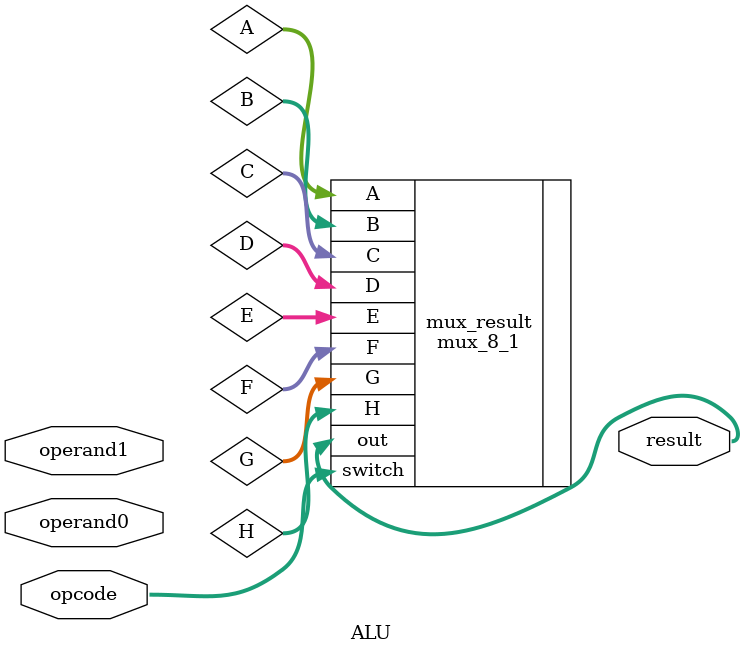
<source format=v>
`timescale 1ns / 1ps

module ALU(
    input wire [2:0] opcode,
    input wire [8:0] operand0,
    input wire [8:0] operand1,
    output wire [8:0] result 
    );
    
    // Wires for connecting the modules to the mux
    wire [8:0] A,B,C,D,E,F,G,H;
    
    // A (000) - Add
    // B (001) - Subtract
    // C (010) - OR
    // D (011) - NOR
    // E (100) - AND
    // F (101) - Shift Logical Left
    // G (110) - Shift Logical Right
    // H (111)
    
    
    // MUX chooses which result to show based on the OPCODE
    mux_8_1 mux_result(
        .switch(opcode),
        .A(A),
        .B(B),
        .C(C),
        .D(D),
        .E(E),
        .F(F),
        .G(G),
        .H(H),
        .out(result));

endmodule

</source>
